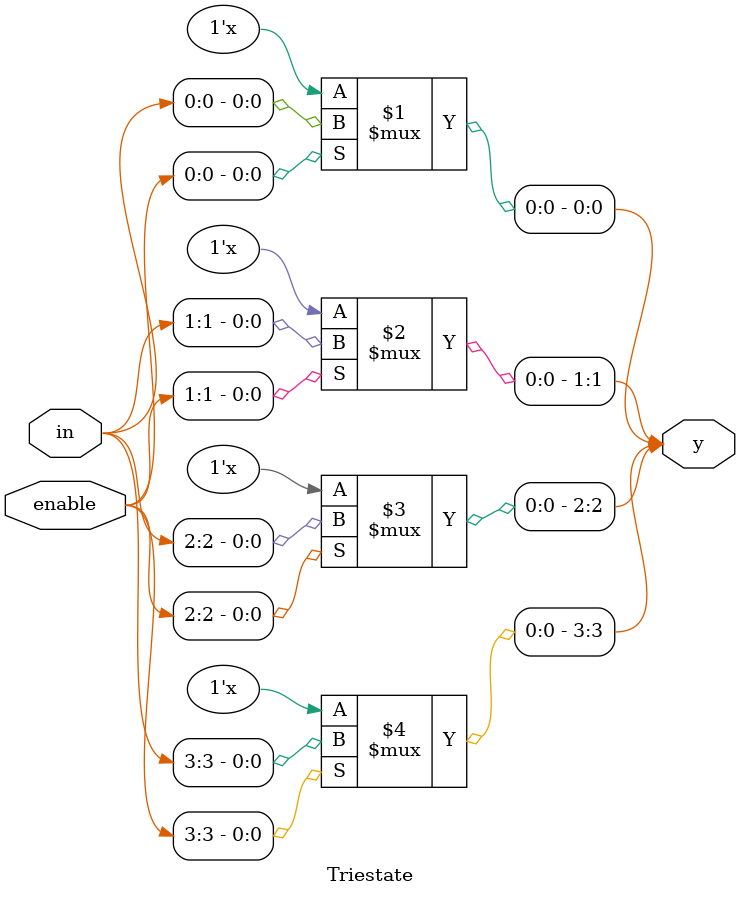
<source format=v>
module Triestate(input [3:0] in, enable, output wire [3:0] y );
    assign y[0] = (enable[0]? in[0] : 1'bz );
    assign y[1] = (enable[1]? in[1] : 1'bz );
    assign y[2] = (enable[2]? in[2] : 1'bz );
    assign y[3] = (enable[3]? in[3] : 1'bz );
endmodule
</source>
